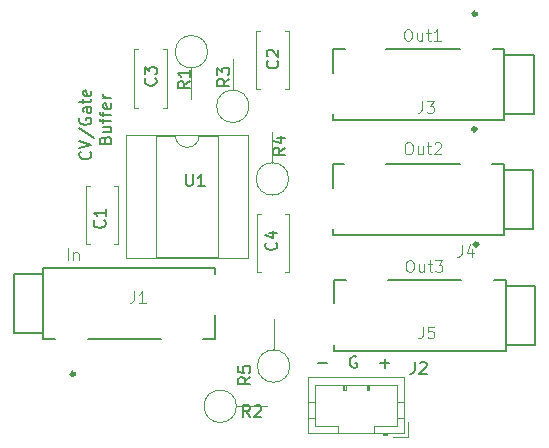
<source format=gbr>
G04 #@! TF.GenerationSoftware,KiCad,Pcbnew,(5.0.1)-rc2*
G04 #@! TF.CreationDate,2019-01-31T00:44:23-05:00*
G04 #@! TF.ProjectId,CV buffer,4356206275666665722E6B696361645F,rev?*
G04 #@! TF.SameCoordinates,Original*
G04 #@! TF.FileFunction,Legend,Top*
G04 #@! TF.FilePolarity,Positive*
%FSLAX46Y46*%
G04 Gerber Fmt 4.6, Leading zero omitted, Abs format (unit mm)*
G04 Created by KiCad (PCBNEW (5.0.1)-rc2) date 1/31/2019 12:44:23 AM*
%MOMM*%
%LPD*%
G01*
G04 APERTURE LIST*
%ADD10C,0.150000*%
%ADD11C,0.200000*%
%ADD12C,0.120000*%
%ADD13C,0.300000*%
%ADD14C,0.127000*%
%ADD15C,0.050000*%
G04 APERTURE END LIST*
D10*
X197280590Y-95372228D02*
X198042495Y-95372228D01*
X200566304Y-94800800D02*
X200471066Y-94753180D01*
X200328209Y-94753180D01*
X200185352Y-94800800D01*
X200090114Y-94896038D01*
X200042495Y-94991276D01*
X199994876Y-95181752D01*
X199994876Y-95324609D01*
X200042495Y-95515085D01*
X200090114Y-95610323D01*
X200185352Y-95705561D01*
X200328209Y-95753180D01*
X200423447Y-95753180D01*
X200566304Y-95705561D01*
X200613923Y-95657942D01*
X200613923Y-95324609D01*
X200423447Y-95324609D01*
X202566304Y-95372228D02*
X203328209Y-95372228D01*
X202947257Y-95753180D02*
X202947257Y-94991276D01*
D11*
X178018342Y-77468076D02*
X178065961Y-77515695D01*
X178113580Y-77658552D01*
X178113580Y-77753790D01*
X178065961Y-77896647D01*
X177970723Y-77991885D01*
X177875485Y-78039504D01*
X177685009Y-78087123D01*
X177542152Y-78087123D01*
X177351676Y-78039504D01*
X177256438Y-77991885D01*
X177161200Y-77896647D01*
X177113580Y-77753790D01*
X177113580Y-77658552D01*
X177161200Y-77515695D01*
X177208819Y-77468076D01*
X177113580Y-77182361D02*
X178113580Y-76849028D01*
X177113580Y-76515695D01*
X177065961Y-75468076D02*
X178351676Y-76325219D01*
X177161200Y-74610933D02*
X177113580Y-74706171D01*
X177113580Y-74849028D01*
X177161200Y-74991885D01*
X177256438Y-75087123D01*
X177351676Y-75134742D01*
X177542152Y-75182361D01*
X177685009Y-75182361D01*
X177875485Y-75134742D01*
X177970723Y-75087123D01*
X178065961Y-74991885D01*
X178113580Y-74849028D01*
X178113580Y-74753790D01*
X178065961Y-74610933D01*
X178018342Y-74563314D01*
X177685009Y-74563314D01*
X177685009Y-74753790D01*
X178113580Y-73706171D02*
X177589771Y-73706171D01*
X177494533Y-73753790D01*
X177446914Y-73849028D01*
X177446914Y-74039504D01*
X177494533Y-74134742D01*
X178065961Y-73706171D02*
X178113580Y-73801409D01*
X178113580Y-74039504D01*
X178065961Y-74134742D01*
X177970723Y-74182361D01*
X177875485Y-74182361D01*
X177780247Y-74134742D01*
X177732628Y-74039504D01*
X177732628Y-73801409D01*
X177685009Y-73706171D01*
X177446914Y-73372838D02*
X177446914Y-72991885D01*
X177113580Y-73229980D02*
X177970723Y-73229980D01*
X178065961Y-73182361D01*
X178113580Y-73087123D01*
X178113580Y-72991885D01*
X178065961Y-72277600D02*
X178113580Y-72372838D01*
X178113580Y-72563314D01*
X178065961Y-72658552D01*
X177970723Y-72706171D01*
X177589771Y-72706171D01*
X177494533Y-72658552D01*
X177446914Y-72563314D01*
X177446914Y-72372838D01*
X177494533Y-72277600D01*
X177589771Y-72229980D01*
X177685009Y-72229980D01*
X177780247Y-72706171D01*
X179289771Y-76468076D02*
X179337390Y-76325219D01*
X179385009Y-76277600D01*
X179480247Y-76229980D01*
X179623104Y-76229980D01*
X179718342Y-76277600D01*
X179765961Y-76325219D01*
X179813580Y-76420457D01*
X179813580Y-76801409D01*
X178813580Y-76801409D01*
X178813580Y-76468076D01*
X178861200Y-76372838D01*
X178908819Y-76325219D01*
X179004057Y-76277600D01*
X179099295Y-76277600D01*
X179194533Y-76325219D01*
X179242152Y-76372838D01*
X179289771Y-76468076D01*
X179289771Y-76801409D01*
X179146914Y-75372838D02*
X179813580Y-75372838D01*
X179146914Y-75801409D02*
X179670723Y-75801409D01*
X179765961Y-75753790D01*
X179813580Y-75658552D01*
X179813580Y-75515695D01*
X179765961Y-75420457D01*
X179718342Y-75372838D01*
X179146914Y-75039504D02*
X179146914Y-74658552D01*
X179813580Y-74896647D02*
X178956438Y-74896647D01*
X178861200Y-74849028D01*
X178813580Y-74753790D01*
X178813580Y-74658552D01*
X179146914Y-74468076D02*
X179146914Y-74087123D01*
X179813580Y-74325219D02*
X178956438Y-74325219D01*
X178861200Y-74277600D01*
X178813580Y-74182361D01*
X178813580Y-74087123D01*
X179765961Y-73372838D02*
X179813580Y-73468076D01*
X179813580Y-73658552D01*
X179765961Y-73753790D01*
X179670723Y-73801409D01*
X179289771Y-73801409D01*
X179194533Y-73753790D01*
X179146914Y-73658552D01*
X179146914Y-73468076D01*
X179194533Y-73372838D01*
X179289771Y-73325219D01*
X179385009Y-73325219D01*
X179480247Y-73801409D01*
X179813580Y-72896647D02*
X179146914Y-72896647D01*
X179337390Y-72896647D02*
X179242152Y-72849028D01*
X179194533Y-72801409D01*
X179146914Y-72706171D01*
X179146914Y-72610933D01*
D12*
G04 #@! TO.C,C1*
X177964200Y-85284800D02*
X177649200Y-85284800D01*
X180389200Y-85284800D02*
X180074200Y-85284800D01*
X177964200Y-80344800D02*
X177649200Y-80344800D01*
X180389200Y-80344800D02*
X180074200Y-80344800D01*
X177649200Y-80344800D02*
X177649200Y-85284800D01*
X180389200Y-80344800D02*
X180389200Y-85284800D01*
D13*
G04 #@! TO.C,J1*
X176705200Y-96271600D02*
G75*
G03X176705200Y-96271600I-150000J0D01*
G01*
D14*
X174055200Y-87771600D02*
X171555200Y-87771600D01*
X171555200Y-87771600D02*
X171555200Y-92771600D01*
X171555200Y-92771600D02*
X174055200Y-92771600D01*
X174055200Y-92771600D02*
X174055200Y-93271600D01*
X174055200Y-93271600D02*
X175055200Y-93271600D01*
X174055200Y-92771600D02*
X174055200Y-87271600D01*
X174055200Y-87271600D02*
X188555200Y-87271600D01*
X188555200Y-87271600D02*
X188555200Y-87771600D01*
X188555200Y-91271600D02*
X188555200Y-93271600D01*
X188555200Y-93271600D02*
X187555200Y-93271600D01*
X177805200Y-93271600D02*
X184055200Y-93271600D01*
D13*
G04 #@! TO.C,J4*
X210690800Y-75534000D02*
G75*
G03X210690800Y-75534000I-150000J0D01*
G01*
D14*
X213040800Y-84034000D02*
X215540800Y-84034000D01*
X215540800Y-84034000D02*
X215540800Y-79034000D01*
X215540800Y-79034000D02*
X213040800Y-79034000D01*
X213040800Y-79034000D02*
X213040800Y-78534000D01*
X213040800Y-78534000D02*
X212040800Y-78534000D01*
X213040800Y-79034000D02*
X213040800Y-84534000D01*
X213040800Y-84534000D02*
X198540800Y-84534000D01*
X198540800Y-84534000D02*
X198540800Y-84034000D01*
X198540800Y-80534000D02*
X198540800Y-78534000D01*
X198540800Y-78534000D02*
X199540800Y-78534000D01*
X209290800Y-78534000D02*
X203040800Y-78534000D01*
D12*
G04 #@! TO.C,J2*
X204599600Y-101276400D02*
X204599600Y-96556400D01*
X204599600Y-96556400D02*
X196479600Y-96556400D01*
X196479600Y-96556400D02*
X196479600Y-101276400D01*
X196479600Y-101276400D02*
X204599600Y-101276400D01*
X202839600Y-101276400D02*
X202839600Y-101476400D01*
X202839600Y-101476400D02*
X203139600Y-101476400D01*
X203139600Y-101476400D02*
X203139600Y-101276400D01*
X202839600Y-101376400D02*
X203139600Y-101376400D01*
X202039600Y-101276400D02*
X202039600Y-100666400D01*
X202039600Y-100666400D02*
X203989600Y-100666400D01*
X203989600Y-100666400D02*
X203989600Y-97166400D01*
X203989600Y-97166400D02*
X197089600Y-97166400D01*
X197089600Y-97166400D02*
X197089600Y-100666400D01*
X197089600Y-100666400D02*
X199039600Y-100666400D01*
X199039600Y-100666400D02*
X199039600Y-101276400D01*
X204599600Y-99966400D02*
X203989600Y-99966400D01*
X204599600Y-98666400D02*
X203989600Y-98666400D01*
X196479600Y-99966400D02*
X197089600Y-99966400D01*
X196479600Y-98666400D02*
X197089600Y-98666400D01*
X201639600Y-97166400D02*
X201639600Y-97666400D01*
X201639600Y-97666400D02*
X201439600Y-97666400D01*
X201439600Y-97666400D02*
X201439600Y-97166400D01*
X201539600Y-97166400D02*
X201539600Y-97666400D01*
X199639600Y-97166400D02*
X199639600Y-97666400D01*
X199639600Y-97666400D02*
X199439600Y-97666400D01*
X199439600Y-97666400D02*
X199439600Y-97166400D01*
X199539600Y-97166400D02*
X199539600Y-97666400D01*
X203649600Y-101576400D02*
X204899600Y-101576400D01*
X204899600Y-101576400D02*
X204899600Y-100326400D01*
G04 #@! TO.C,C2*
X192076400Y-72156800D02*
X192076400Y-67216800D01*
X194816400Y-72156800D02*
X194816400Y-67216800D01*
X192076400Y-72156800D02*
X192391400Y-72156800D01*
X194501400Y-72156800D02*
X194816400Y-72156800D01*
X192076400Y-67216800D02*
X192391400Y-67216800D01*
X194501400Y-67216800D02*
X194816400Y-67216800D01*
G04 #@! TO.C,C3*
X184189000Y-68791600D02*
X184504000Y-68791600D01*
X181764000Y-68791600D02*
X182079000Y-68791600D01*
X184189000Y-73731600D02*
X184504000Y-73731600D01*
X181764000Y-73731600D02*
X182079000Y-73731600D01*
X184504000Y-73731600D02*
X184504000Y-68791600D01*
X181764000Y-73731600D02*
X181764000Y-68791600D01*
G04 #@! TO.C,C4*
X194867200Y-82732400D02*
X194867200Y-87672400D01*
X192127200Y-82732400D02*
X192127200Y-87672400D01*
X194867200Y-82732400D02*
X194552200Y-82732400D01*
X192442200Y-82732400D02*
X192127200Y-82732400D01*
X194867200Y-87672400D02*
X194552200Y-87672400D01*
X192442200Y-87672400D02*
X192127200Y-87672400D01*
G04 #@! TO.C,U1*
X187232800Y-76089200D02*
G75*
G02X185232800Y-76089200I-1000000J0D01*
G01*
X185232800Y-76089200D02*
X183582800Y-76089200D01*
X183582800Y-76089200D02*
X183582800Y-86369200D01*
X183582800Y-86369200D02*
X188882800Y-86369200D01*
X188882800Y-86369200D02*
X188882800Y-76089200D01*
X188882800Y-76089200D02*
X187232800Y-76089200D01*
X181092800Y-76029200D02*
X181092800Y-86429200D01*
X181092800Y-86429200D02*
X191372800Y-86429200D01*
X191372800Y-86429200D02*
X191372800Y-76029200D01*
X191372800Y-76029200D02*
X181092800Y-76029200D01*
G04 #@! TO.C,R1*
X187958400Y-68986400D02*
G75*
G03X187958400Y-68986400I-1370000J0D01*
G01*
X186588400Y-70356400D02*
X186588400Y-72966400D01*
G04 #@! TO.C,R3*
X190093600Y-72239200D02*
X190093600Y-69629200D01*
X191463600Y-73609200D02*
G75*
G03X191463600Y-73609200I-1370000J0D01*
G01*
G04 #@! TO.C,R2*
X190396800Y-99009200D02*
G75*
G03X190396800Y-99009200I-1370000J0D01*
G01*
X190396800Y-99009200D02*
X193006800Y-99009200D01*
G04 #@! TO.C,R4*
X193446400Y-78386000D02*
X193446400Y-75776000D01*
X194816400Y-79756000D02*
G75*
G03X194816400Y-79756000I-1370000J0D01*
G01*
G04 #@! TO.C,R5*
X194918000Y-95605600D02*
G75*
G03X194918000Y-95605600I-1370000J0D01*
G01*
X193548000Y-94235600D02*
X193548000Y-91625600D01*
D14*
G04 #@! TO.C,J3*
X209341600Y-68780400D02*
X203091600Y-68780400D01*
X198591600Y-68780400D02*
X199591600Y-68780400D01*
X198591600Y-70780400D02*
X198591600Y-68780400D01*
X198591600Y-74780400D02*
X198591600Y-74280400D01*
X213091600Y-74780400D02*
X198591600Y-74780400D01*
X213091600Y-69280400D02*
X213091600Y-74780400D01*
X213091600Y-68780400D02*
X212091600Y-68780400D01*
X213091600Y-69280400D02*
X213091600Y-68780400D01*
X215591600Y-69280400D02*
X213091600Y-69280400D01*
X215591600Y-74280400D02*
X215591600Y-69280400D01*
X213091600Y-74280400D02*
X215591600Y-74280400D01*
D13*
X210741600Y-65780400D02*
G75*
G03X210741600Y-65780400I-150000J0D01*
G01*
D14*
G04 #@! TO.C,J5*
X209443200Y-88287600D02*
X203193200Y-88287600D01*
X198693200Y-88287600D02*
X199693200Y-88287600D01*
X198693200Y-90287600D02*
X198693200Y-88287600D01*
X198693200Y-94287600D02*
X198693200Y-93787600D01*
X213193200Y-94287600D02*
X198693200Y-94287600D01*
X213193200Y-88787600D02*
X213193200Y-94287600D01*
X213193200Y-88287600D02*
X212193200Y-88287600D01*
X213193200Y-88787600D02*
X213193200Y-88287600D01*
X215693200Y-88787600D02*
X213193200Y-88787600D01*
X215693200Y-93787600D02*
X215693200Y-88787600D01*
X213193200Y-93787600D02*
X215693200Y-93787600D01*
D13*
X210843200Y-85287600D02*
G75*
G03X210843200Y-85287600I-150000J0D01*
G01*
G04 #@! TO.C,C1*
D10*
X179223942Y-83275466D02*
X179271561Y-83323085D01*
X179319180Y-83465942D01*
X179319180Y-83561180D01*
X179271561Y-83704038D01*
X179176323Y-83799276D01*
X179081085Y-83846895D01*
X178890609Y-83894514D01*
X178747752Y-83894514D01*
X178557276Y-83846895D01*
X178462038Y-83799276D01*
X178366800Y-83704038D01*
X178319180Y-83561180D01*
X178319180Y-83465942D01*
X178366800Y-83323085D01*
X178414419Y-83275466D01*
X179319180Y-82323085D02*
X179319180Y-82894514D01*
X179319180Y-82608800D02*
X178319180Y-82608800D01*
X178462038Y-82704038D01*
X178557276Y-82799276D01*
X178604895Y-82894514D01*
G04 #@! TO.C,J1*
D15*
X181733220Y-89265718D02*
X181733220Y-89981390D01*
X181685508Y-90124524D01*
X181590085Y-90219947D01*
X181446951Y-90267658D01*
X181351528Y-90267658D01*
X182735160Y-90267658D02*
X182162622Y-90267658D01*
X182448891Y-90267658D02*
X182448891Y-89265718D01*
X182353468Y-89408852D01*
X182258045Y-89504275D01*
X182162622Y-89551987D01*
X176128346Y-86609253D02*
X176128346Y-85609093D01*
X176604613Y-85942480D02*
X176604613Y-86609253D01*
X176604613Y-86037733D02*
X176652240Y-85990106D01*
X176747493Y-85942480D01*
X176890373Y-85942480D01*
X176985626Y-85990106D01*
X177033253Y-86085360D01*
X177033253Y-86609253D01*
G04 #@! TO.C,J4*
X209470020Y-85354118D02*
X209470020Y-86069790D01*
X209422308Y-86212924D01*
X209326885Y-86308347D01*
X209183751Y-86356058D01*
X209088328Y-86356058D01*
X210376537Y-85688098D02*
X210376537Y-86356058D01*
X210137980Y-85306407D02*
X209899422Y-86022078D01*
X210519671Y-86022078D01*
X204887466Y-76668293D02*
X205077973Y-76668293D01*
X205173226Y-76715920D01*
X205268480Y-76811173D01*
X205316106Y-77001680D01*
X205316106Y-77335066D01*
X205268480Y-77525573D01*
X205173226Y-77620826D01*
X205077973Y-77668453D01*
X204887466Y-77668453D01*
X204792213Y-77620826D01*
X204696960Y-77525573D01*
X204649333Y-77335066D01*
X204649333Y-77001680D01*
X204696960Y-76811173D01*
X204792213Y-76715920D01*
X204887466Y-76668293D01*
X206173386Y-77001680D02*
X206173386Y-77668453D01*
X205744746Y-77001680D02*
X205744746Y-77525573D01*
X205792373Y-77620826D01*
X205887626Y-77668453D01*
X206030506Y-77668453D01*
X206125760Y-77620826D01*
X206173386Y-77573200D01*
X206506773Y-77001680D02*
X206887786Y-77001680D01*
X206649653Y-76668293D02*
X206649653Y-77525573D01*
X206697280Y-77620826D01*
X206792533Y-77668453D01*
X206887786Y-77668453D01*
X207173546Y-76763546D02*
X207221173Y-76715920D01*
X207316426Y-76668293D01*
X207554560Y-76668293D01*
X207649813Y-76715920D01*
X207697440Y-76763546D01*
X207745066Y-76858800D01*
X207745066Y-76954053D01*
X207697440Y-77096933D01*
X207125920Y-77668453D01*
X207745066Y-77668453D01*
G04 #@! TO.C,J2*
D10*
X205508266Y-95261180D02*
X205508266Y-95975466D01*
X205460647Y-96118323D01*
X205365409Y-96213561D01*
X205222552Y-96261180D01*
X205127314Y-96261180D01*
X205936838Y-95356419D02*
X205984457Y-95308800D01*
X206079695Y-95261180D01*
X206317790Y-95261180D01*
X206413028Y-95308800D01*
X206460647Y-95356419D01*
X206508266Y-95451657D01*
X206508266Y-95546895D01*
X206460647Y-95689752D01*
X205889219Y-96261180D01*
X206508266Y-96261180D01*
G04 #@! TO.C,C2*
X193854342Y-69762666D02*
X193901961Y-69810285D01*
X193949580Y-69953142D01*
X193949580Y-70048380D01*
X193901961Y-70191238D01*
X193806723Y-70286476D01*
X193711485Y-70334095D01*
X193521009Y-70381714D01*
X193378152Y-70381714D01*
X193187676Y-70334095D01*
X193092438Y-70286476D01*
X192997200Y-70191238D01*
X192949580Y-70048380D01*
X192949580Y-69953142D01*
X192997200Y-69810285D01*
X193044819Y-69762666D01*
X193044819Y-69381714D02*
X192997200Y-69334095D01*
X192949580Y-69238857D01*
X192949580Y-69000761D01*
X192997200Y-68905523D01*
X193044819Y-68857904D01*
X193140057Y-68810285D01*
X193235295Y-68810285D01*
X193378152Y-68857904D01*
X193949580Y-69429333D01*
X193949580Y-68810285D01*
G04 #@! TO.C,C3*
X183541942Y-71235866D02*
X183589561Y-71283485D01*
X183637180Y-71426342D01*
X183637180Y-71521580D01*
X183589561Y-71664438D01*
X183494323Y-71759676D01*
X183399085Y-71807295D01*
X183208609Y-71854914D01*
X183065752Y-71854914D01*
X182875276Y-71807295D01*
X182780038Y-71759676D01*
X182684800Y-71664438D01*
X182637180Y-71521580D01*
X182637180Y-71426342D01*
X182684800Y-71283485D01*
X182732419Y-71235866D01*
X182637180Y-70902533D02*
X182637180Y-70283485D01*
X183018133Y-70616819D01*
X183018133Y-70473961D01*
X183065752Y-70378723D01*
X183113371Y-70331104D01*
X183208609Y-70283485D01*
X183446704Y-70283485D01*
X183541942Y-70331104D01*
X183589561Y-70378723D01*
X183637180Y-70473961D01*
X183637180Y-70759676D01*
X183589561Y-70854914D01*
X183541942Y-70902533D01*
G04 #@! TO.C,C4*
X193752742Y-85155066D02*
X193800361Y-85202685D01*
X193847980Y-85345542D01*
X193847980Y-85440780D01*
X193800361Y-85583638D01*
X193705123Y-85678876D01*
X193609885Y-85726495D01*
X193419409Y-85774114D01*
X193276552Y-85774114D01*
X193086076Y-85726495D01*
X192990838Y-85678876D01*
X192895600Y-85583638D01*
X192847980Y-85440780D01*
X192847980Y-85345542D01*
X192895600Y-85202685D01*
X192943219Y-85155066D01*
X193181314Y-84297923D02*
X193847980Y-84297923D01*
X192800361Y-84536019D02*
X193514647Y-84774114D01*
X193514647Y-84155066D01*
G04 #@! TO.C,U1*
X186131295Y-79360780D02*
X186131295Y-80170304D01*
X186178914Y-80265542D01*
X186226533Y-80313161D01*
X186321771Y-80360780D01*
X186512247Y-80360780D01*
X186607485Y-80313161D01*
X186655104Y-80265542D01*
X186702723Y-80170304D01*
X186702723Y-79360780D01*
X187702723Y-80360780D02*
X187131295Y-80360780D01*
X187417009Y-80360780D02*
X187417009Y-79360780D01*
X187321771Y-79503638D01*
X187226533Y-79598876D01*
X187131295Y-79646495D01*
G04 #@! TO.C,R1*
X186431180Y-71489866D02*
X185954990Y-71823200D01*
X186431180Y-72061295D02*
X185431180Y-72061295D01*
X185431180Y-71680342D01*
X185478800Y-71585104D01*
X185526419Y-71537485D01*
X185621657Y-71489866D01*
X185764514Y-71489866D01*
X185859752Y-71537485D01*
X185907371Y-71585104D01*
X185954990Y-71680342D01*
X185954990Y-72061295D01*
X186431180Y-70537485D02*
X186431180Y-71108914D01*
X186431180Y-70823200D02*
X185431180Y-70823200D01*
X185574038Y-70918438D01*
X185669276Y-71013676D01*
X185716895Y-71108914D01*
G04 #@! TO.C,R3*
X189783980Y-71286666D02*
X189307790Y-71620000D01*
X189783980Y-71858095D02*
X188783980Y-71858095D01*
X188783980Y-71477142D01*
X188831600Y-71381904D01*
X188879219Y-71334285D01*
X188974457Y-71286666D01*
X189117314Y-71286666D01*
X189212552Y-71334285D01*
X189260171Y-71381904D01*
X189307790Y-71477142D01*
X189307790Y-71858095D01*
X188783980Y-70953333D02*
X188783980Y-70334285D01*
X189164933Y-70667619D01*
X189164933Y-70524761D01*
X189212552Y-70429523D01*
X189260171Y-70381904D01*
X189355409Y-70334285D01*
X189593504Y-70334285D01*
X189688742Y-70381904D01*
X189736361Y-70429523D01*
X189783980Y-70524761D01*
X189783980Y-70810476D01*
X189736361Y-70905714D01*
X189688742Y-70953333D01*
G04 #@! TO.C,R2*
X191552533Y-99918780D02*
X191219200Y-99442590D01*
X190981104Y-99918780D02*
X190981104Y-98918780D01*
X191362057Y-98918780D01*
X191457295Y-98966400D01*
X191504914Y-99014019D01*
X191552533Y-99109257D01*
X191552533Y-99252114D01*
X191504914Y-99347352D01*
X191457295Y-99394971D01*
X191362057Y-99442590D01*
X190981104Y-99442590D01*
X191933485Y-99014019D02*
X191981104Y-98966400D01*
X192076342Y-98918780D01*
X192314438Y-98918780D01*
X192409676Y-98966400D01*
X192457295Y-99014019D01*
X192504914Y-99109257D01*
X192504914Y-99204495D01*
X192457295Y-99347352D01*
X191885866Y-99918780D01*
X192504914Y-99918780D01*
G04 #@! TO.C,R4*
X194508380Y-77128666D02*
X194032190Y-77462000D01*
X194508380Y-77700095D02*
X193508380Y-77700095D01*
X193508380Y-77319142D01*
X193556000Y-77223904D01*
X193603619Y-77176285D01*
X193698857Y-77128666D01*
X193841714Y-77128666D01*
X193936952Y-77176285D01*
X193984571Y-77223904D01*
X194032190Y-77319142D01*
X194032190Y-77700095D01*
X193841714Y-76271523D02*
X194508380Y-76271523D01*
X193460761Y-76509619D02*
X194175047Y-76747714D01*
X194175047Y-76128666D01*
G04 #@! TO.C,R5*
X191561980Y-96534266D02*
X191085790Y-96867600D01*
X191561980Y-97105695D02*
X190561980Y-97105695D01*
X190561980Y-96724742D01*
X190609600Y-96629504D01*
X190657219Y-96581885D01*
X190752457Y-96534266D01*
X190895314Y-96534266D01*
X190990552Y-96581885D01*
X191038171Y-96629504D01*
X191085790Y-96724742D01*
X191085790Y-97105695D01*
X190561980Y-95629504D02*
X190561980Y-96105695D01*
X191038171Y-96153314D01*
X190990552Y-96105695D01*
X190942933Y-96010457D01*
X190942933Y-95772361D01*
X190990552Y-95677123D01*
X191038171Y-95629504D01*
X191133409Y-95581885D01*
X191371504Y-95581885D01*
X191466742Y-95629504D01*
X191514361Y-95677123D01*
X191561980Y-95772361D01*
X191561980Y-96010457D01*
X191514361Y-96105695D01*
X191466742Y-96153314D01*
G04 #@! TO.C,J3*
D15*
X206117220Y-73162118D02*
X206117220Y-73877790D01*
X206069508Y-74020924D01*
X205974085Y-74116347D01*
X205830951Y-74164058D01*
X205735528Y-74164058D01*
X206498911Y-73162118D02*
X207119160Y-73162118D01*
X206785180Y-73543810D01*
X206928314Y-73543810D01*
X207023737Y-73591521D01*
X207071448Y-73639232D01*
X207119160Y-73734655D01*
X207119160Y-73973212D01*
X207071448Y-74068635D01*
X207023737Y-74116347D01*
X206928314Y-74164058D01*
X206642045Y-74164058D01*
X206546622Y-74116347D01*
X206498911Y-74068635D01*
X204836666Y-67067093D02*
X205027173Y-67067093D01*
X205122426Y-67114720D01*
X205217680Y-67209973D01*
X205265306Y-67400480D01*
X205265306Y-67733866D01*
X205217680Y-67924373D01*
X205122426Y-68019626D01*
X205027173Y-68067253D01*
X204836666Y-68067253D01*
X204741413Y-68019626D01*
X204646160Y-67924373D01*
X204598533Y-67733866D01*
X204598533Y-67400480D01*
X204646160Y-67209973D01*
X204741413Y-67114720D01*
X204836666Y-67067093D01*
X206122586Y-67400480D02*
X206122586Y-68067253D01*
X205693946Y-67400480D02*
X205693946Y-67924373D01*
X205741573Y-68019626D01*
X205836826Y-68067253D01*
X205979706Y-68067253D01*
X206074960Y-68019626D01*
X206122586Y-67972000D01*
X206455973Y-67400480D02*
X206836986Y-67400480D01*
X206598853Y-67067093D02*
X206598853Y-67924373D01*
X206646480Y-68019626D01*
X206741733Y-68067253D01*
X206836986Y-68067253D01*
X207694266Y-68067253D02*
X207122746Y-68067253D01*
X207408506Y-68067253D02*
X207408506Y-67067093D01*
X207313253Y-67209973D01*
X207218000Y-67305226D01*
X207122746Y-67352853D01*
G04 #@! TO.C,J5*
X206168020Y-92262918D02*
X206168020Y-92978590D01*
X206120308Y-93121724D01*
X206024885Y-93217147D01*
X205881751Y-93264858D01*
X205786328Y-93264858D01*
X207122248Y-92262918D02*
X206645134Y-92262918D01*
X206597422Y-92740032D01*
X206645134Y-92692321D01*
X206740557Y-92644610D01*
X206979114Y-92644610D01*
X207074537Y-92692321D01*
X207122248Y-92740032D01*
X207169960Y-92835455D01*
X207169960Y-93074012D01*
X207122248Y-93169435D01*
X207074537Y-93217147D01*
X206979114Y-93264858D01*
X206740557Y-93264858D01*
X206645134Y-93217147D01*
X206597422Y-93169435D01*
X204989066Y-86625093D02*
X205179573Y-86625093D01*
X205274826Y-86672720D01*
X205370080Y-86767973D01*
X205417706Y-86958480D01*
X205417706Y-87291866D01*
X205370080Y-87482373D01*
X205274826Y-87577626D01*
X205179573Y-87625253D01*
X204989066Y-87625253D01*
X204893813Y-87577626D01*
X204798560Y-87482373D01*
X204750933Y-87291866D01*
X204750933Y-86958480D01*
X204798560Y-86767973D01*
X204893813Y-86672720D01*
X204989066Y-86625093D01*
X206274986Y-86958480D02*
X206274986Y-87625253D01*
X205846346Y-86958480D02*
X205846346Y-87482373D01*
X205893973Y-87577626D01*
X205989226Y-87625253D01*
X206132106Y-87625253D01*
X206227360Y-87577626D01*
X206274986Y-87530000D01*
X206608373Y-86958480D02*
X206989386Y-86958480D01*
X206751253Y-86625093D02*
X206751253Y-87482373D01*
X206798880Y-87577626D01*
X206894133Y-87625253D01*
X206989386Y-87625253D01*
X207227520Y-86625093D02*
X207846666Y-86625093D01*
X207513280Y-87006106D01*
X207656160Y-87006106D01*
X207751413Y-87053733D01*
X207799040Y-87101360D01*
X207846666Y-87196613D01*
X207846666Y-87434746D01*
X207799040Y-87530000D01*
X207751413Y-87577626D01*
X207656160Y-87625253D01*
X207370400Y-87625253D01*
X207275146Y-87577626D01*
X207227520Y-87530000D01*
G04 #@! TD*
M02*

</source>
